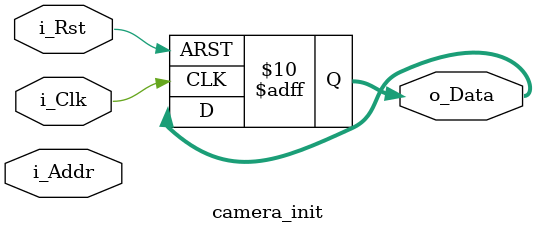
<source format=v>
/*
	Camera default flag settings,
	reference : https://github.com/amsacks/OV7670-camera

	o_Data, which consist of {ADDR, VALUE}
	End sign : 16'FF_FF

	camera settings : 640*480 rgb444 (x R, G B)
*/

module camera_init(
	input i_Clk,
	input i_Rst,
	input [7:0] i_Addr,
	output [15:0] o_Data
	);


always@(posedge i_Clk, negedge i_Rst) 
	if(!i_Rst) begin
		o_Data <= 0;
	end else begin
		case(i_Addr)
			0:  o_dout <= 16'h12_80;  // COM7:        Reset SCCB registers
			1:  o_dout <= 16'hFF_F0;  // Delay
			2:  o_dout <= 16'h12_04;  // COM7,        Set RGB color output
			3:  o_dout <= 16'h11_00;  // CLKRC        Internal PLL matches input clock (24 MHz). 
			4:  o_dout <= 16'h0C_00;  // COM3,        *Leave as default.
			5:  o_dout <= 16'h3E_00;  // COM14,       *Leave as default. No scaling, normal pclock
			6:  o_dout <= 16'h04_00;  // COM1,        *Leave as default. Disable CCIR656
			7:  o_dout <= 16'h8C_02;  // RGB444       Enable RGB444 mode with xR GB.
			8:  o_dout <= 16'h40_D0;  // COM15,       Output full range for RGB 444. 
			9:  o_dout <= 16'h3a_04;  // TSLB         set correct output data sequence (magic)
			10: o_dout <= 16'h14_18;  // COM9         MAX AGC value x4
			11: o_dout <= 16'h4F_B3;  // MTX1         all of these are magical matrix coefficients
			12: o_dout <= 16'h50_B3;  // MTX2
			13: o_dout <= 16'h51_00;  // MTX3
			14: o_dout <= 16'h52_3d;  // MTX4
			15: o_dout <= 16'h53_A7;  // MTX5
			16: o_dout <= 16'h54_E4;  // MTX6
			17: o_dout <= 16'h58_9E;  // MTXS
			18: o_dout <= 16'h3D_C0;  // COM13        sets gamma enable, does not preserve reserved bits, may be wrong?
			19: o_dout <= 16'h17_14;  // HSTART       start high 8 bits
			20: o_dout <= 16'h18_02;  // HSTOP        stop high 8 bits //these kill the odd colored line
			21: o_dout <= 16'h32_80;  // HREF         edge offset
			22: o_dout <= 16'h19_03;  // VSTART       start high 8 bits
			23: o_dout <= 16'h1A_7B;  // VSTOP        stop high 8 bits
			24: o_dout <= 16'h03_0A;  // VREF         vsync edge offset
			25: o_dout <= 16'h0F_41;  // COM6         reset timings
			26: o_dout <= 16'h1E_00;  // MVFP         disable mirror / flip //might have magic value of 03
			27: o_dout <= 16'h33_0B;  // CHLF         magic value from the internet
			28: o_dout <= 16'h3C_78;  // COM12        no HREF when VSYNC low
			29: o_dout <= 16'h69_00;  // GFIX         fix gain control
			30: o_dout <= 16'h74_00;  // REG74        Digital gain control
			31: o_dout <= 16'hB0_84;  // RSVD         magic value from the internet *required* for good color
			32: o_dout <= 16'hB1_0c;  // ABLC1
			33: o_dout <= 16'hB2_0e;  // RSVD         more magic internet values
			34: o_dout <= 16'hB3_80;  // THL_ST
			//begin mystery scaling numbers
			35: o_dout <= 16'h70_3a;  // SCALING_XSC          *Leave as default. No test pattern output. 
			36: o_dout <= 16'h71_35;  // SCALING_YSC          *Leave as default. No test pattern output.
			37: o_dout <= 16'h72_11;  // SCALING DCWCTR       *Leave as default. Vertical down sample by 2. Horizontal down sample by 2.
			38: o_dout <= 16'h73_f0;  // SCALING PCLK_DIV 
			39: o_dout <= 16'ha2_02;  // SCALING PCLK DELAY   *Leave as deafult. 
			//gamma curve values
			40: o_dout <= 16'h7a_20;  // SLOP
			41: o_dout <= 16'h7b_10;  // GAM1
			42: o_dout <= 16'h7c_1e;  // GAM2
			43: o_dout <= 16'h7d_35;  // GAM3
			44: o_dout <= 16'h7e_5a;  // GAM4
			45: o_dout <= 16'h7f_69;  // GAM5
			46: o_dout <= 16'h80_76;  // GAM6
			47: o_dout <= 16'h81_80;  // GAM7
			48: o_dout <= 16'h82_88;  // GAM8
			49: o_dout <= 16'h83_8f;  // GAM9
			50: o_dout <= 16'h84_96;  // GAM10
			51: o_dout <= 16'h85_a3;  // GAM11
			52: o_dout <= 16'h86_af;  // GAM12
			53: o_dout <= 16'h87_c4;  // GAM13
			54: o_dout <= 16'h88_d7;  // GAM14
			55: o_dout <= 16'h89_e8;  // GAM15
			//AGC and AEC
			56: o_dout <= 16'h13_e0;  // COM8     disable AGC / AEC
			57: o_dout <= 16'h00_00;  // set gain reg to 0 for AGC
			58: o_dout <= 16'h10_00;  // set ARCJ reg to 0
			59: o_dout <= 16'h0d_40;  // magic reserved bit for COM4
			60: o_dout <= 16'h14_18;  // COM9, 4x gain + magic bit
			61: o_dout <= 16'ha5_05;  // BD50MAX
			62: o_dout <= 16'hab_07;  // DB60MAX
			63: o_dout <= 16'h24_95;  // AGC upper limit
			64: o_dout <= 16'h25_33;  // AGC lower limit
			65: o_dout <= 16'h26_e3;  // AGC/AEC fast mode op region
			66: o_dout <= 16'h9f_78;  // HAECC1
			67: o_dout <= 16'ha0_68;  // HAECC2
			68: o_dout <= 16'ha1_03;  // magic
			69: o_dout <= 16'ha6_d8;  // HAECC3
			70: o_dout <= 16'ha7_d8;  // HAECC4
			71: o_dout <= 16'ha8_f0;  // HAECC5
			72: o_dout <= 16'ha9_90;  // HAECC6
			73: o_dout <= 16'haa_94;  // HAECC7
			74: o_dout <= 16'h13_a7;  // COM8, enable AGC / AEC
			75: o_dout <= 16'h69_06;     
			default: o_dout <= 16'hFF_FF;         //mark end of ROM
		endcase
	end
endmodule

</source>
